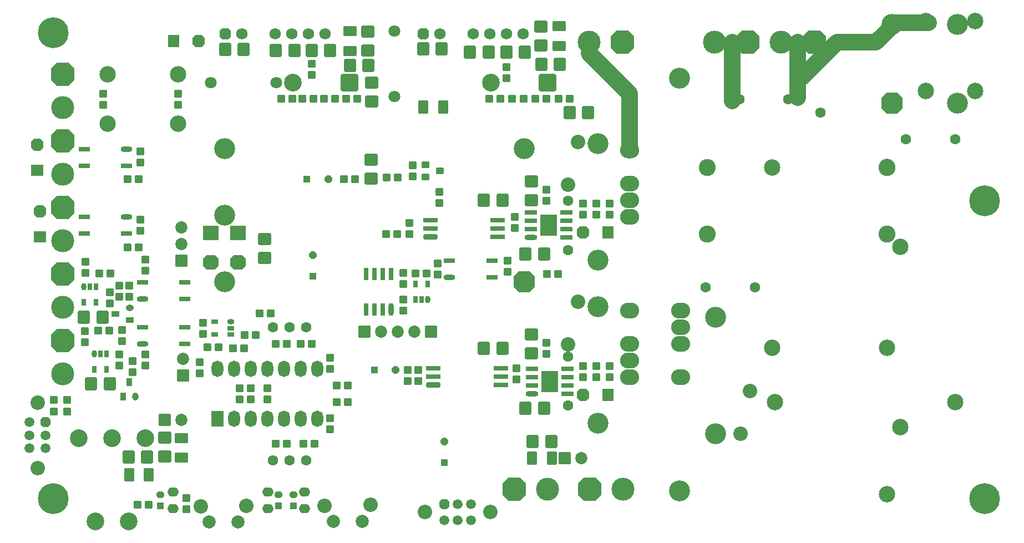
<source format=gbr>
%TF.GenerationSoftware,Altium Limited,Altium Designer,21.3.2 (30)*%
G04 Layer_Color=16711935*
%FSLAX26Y26*%
%MOIN*%
%TF.SameCoordinates,53465ED1-0DC7-484A-8DCD-68ECABD516C6*%
%TF.FilePolarity,Negative*%
%TF.FileFunction,Soldermask,Bot*%
%TF.Part,Single*%
G01*
G75*
%TA.AperFunction,NonConductor*%
%ADD102C,0.100000*%
%TA.AperFunction,ComponentPad*%
G04:AMPARAMS|DCode=104|XSize=59.181mil|YSize=59.181mil|CornerRadius=0mil|HoleSize=0mil|Usage=FLASHONLY|Rotation=0.000|XOffset=0mil|YOffset=0mil|HoleType=Round|Shape=Octagon|*
%AMOCTAGOND104*
4,1,8,0.029591,-0.014795,0.029591,0.014795,0.014795,0.029591,-0.014795,0.029591,-0.029591,0.014795,-0.029591,-0.014795,-0.014795,-0.029591,0.014795,-0.029591,0.029591,-0.014795,0.0*
%
%ADD104OCTAGOND104*%

%ADD105C,0.059181*%
%ADD106C,0.086740*%
G04:AMPARAMS|DCode=107|XSize=59.181mil|YSize=59.181mil|CornerRadius=0mil|HoleSize=0mil|Usage=FLASHONLY|Rotation=270.000|XOffset=0mil|YOffset=0mil|HoleType=Round|Shape=Octagon|*
%AMOCTAGOND107*
4,1,8,-0.014795,-0.029591,0.014795,-0.029591,0.029591,-0.014795,0.029591,0.014795,0.014795,0.029591,-0.014795,0.029591,-0.029591,0.014795,-0.029591,-0.014795,-0.014795,-0.029591,0.0*
%
%ADD107OCTAGOND107*%

%ADD108C,0.063118*%
%ADD109C,0.126110*%
%ADD110C,0.137921*%
G04:AMPARAMS|DCode=111|XSize=137.921mil|YSize=137.921mil|CornerRadius=0mil|HoleSize=0mil|Usage=FLASHONLY|Rotation=0.000|XOffset=0mil|YOffset=0mil|HoleType=Round|Shape=Octagon|*
%AMOCTAGOND111*
4,1,8,0.068961,-0.034480,0.068961,0.034480,0.034480,0.068961,-0.034480,0.068961,-0.068961,0.034480,-0.068961,-0.034480,-0.034480,-0.068961,0.034480,-0.068961,0.068961,-0.034480,0.0*
%
%ADD111OCTAGOND111*%

%ADD112O,0.114299X0.096189*%
%ADD113C,0.098551*%
%ADD114C,0.078866*%
%ADD115C,0.068000*%
G04:AMPARAMS|DCode=116|XSize=68mil|YSize=68mil|CornerRadius=0mil|HoleSize=0mil|Usage=FLASHONLY|Rotation=0.000|XOffset=0mil|YOffset=0mil|HoleType=Round|Shape=Octagon|*
%AMOCTAGOND116*
4,1,8,0.034000,-0.017000,0.034000,0.017000,0.017000,0.034000,-0.017000,0.034000,-0.034000,0.017000,-0.034000,-0.017000,-0.017000,-0.034000,0.017000,-0.034000,0.034000,-0.017000,0.0*
%
%ADD116OCTAGOND116*%

%ADD117C,0.073000*%
G04:AMPARAMS|DCode=118|XSize=73mil|YSize=73mil|CornerRadius=7.25mil|HoleSize=0mil|Usage=FLASHONLY|Rotation=180.000|XOffset=0mil|YOffset=0mil|HoleType=Round|Shape=RoundedRectangle|*
%AMROUNDEDRECTD118*
21,1,0.073000,0.058500,0,0,180.0*
21,1,0.058500,0.073000,0,0,180.0*
1,1,0.014500,-0.029250,0.029250*
1,1,0.014500,0.029250,0.029250*
1,1,0.014500,0.029250,-0.029250*
1,1,0.014500,-0.029250,-0.029250*
%
%ADD118ROUNDEDRECTD118*%
G04:AMPARAMS|DCode=119|XSize=126.11mil|YSize=126.11mil|CornerRadius=0mil|HoleSize=0mil|Usage=FLASHONLY|Rotation=270.000|XOffset=0mil|YOffset=0mil|HoleType=Round|Shape=Octagon|*
%AMOCTAGOND119*
4,1,8,-0.031527,-0.063055,0.031527,-0.063055,0.063055,-0.031528,0.063055,0.031528,0.031527,0.063055,-0.031527,0.063055,-0.063055,0.031528,-0.063055,-0.031528,-0.031527,-0.063055,0.0*
%
%ADD119OCTAGOND119*%

G04:AMPARAMS|DCode=120|XSize=73mil|YSize=73mil|CornerRadius=7.25mil|HoleSize=0mil|Usage=FLASHONLY|Rotation=90.000|XOffset=0mil|YOffset=0mil|HoleType=Round|Shape=RoundedRectangle|*
%AMROUNDEDRECTD120*
21,1,0.073000,0.058500,0,0,90.0*
21,1,0.058500,0.073000,0,0,90.0*
1,1,0.014500,0.029250,0.029250*
1,1,0.014500,0.029250,-0.029250*
1,1,0.014500,-0.029250,-0.029250*
1,1,0.014500,-0.029250,0.029250*
%
%ADD120ROUNDEDRECTD120*%
%ADD121C,0.106425*%
G04:AMPARAMS|DCode=122|XSize=106.425mil|YSize=106.425mil|CornerRadius=13.842mil|HoleSize=0mil|Usage=FLASHONLY|Rotation=0.000|XOffset=0mil|YOffset=0mil|HoleType=Round|Shape=RoundedRectangle|*
%AMROUNDEDRECTD122*
21,1,0.106425,0.078740,0,0,0.0*
21,1,0.078740,0.106425,0,0,0.0*
1,1,0.027685,0.039370,-0.039370*
1,1,0.027685,-0.039370,-0.039370*
1,1,0.027685,-0.039370,0.039370*
1,1,0.027685,0.039370,0.039370*
%
%ADD122ROUNDEDRECTD122*%
%ADD123C,0.070992*%
G04:AMPARAMS|DCode=124|XSize=126.11mil|YSize=126.11mil|CornerRadius=0mil|HoleSize=0mil|Usage=FLASHONLY|Rotation=180.000|XOffset=0mil|YOffset=0mil|HoleType=Round|Shape=Octagon|*
%AMOCTAGOND124*
4,1,8,-0.063055,0.031527,-0.063055,-0.031527,-0.031528,-0.063055,0.031528,-0.063055,0.063055,-0.031527,0.063055,0.031527,0.031528,0.063055,-0.031528,0.063055,-0.063055,0.031527,0.0*
%
%ADD124OCTAGOND124*%

G04:AMPARAMS|DCode=125|XSize=137.921mil|YSize=137.921mil|CornerRadius=0mil|HoleSize=0mil|Usage=FLASHONLY|Rotation=270.000|XOffset=0mil|YOffset=0mil|HoleType=Round|Shape=Octagon|*
%AMOCTAGOND125*
4,1,8,-0.034480,-0.068961,0.034480,-0.068961,0.068961,-0.034480,0.068961,0.034480,0.034480,0.068961,-0.034480,0.068961,-0.068961,0.034480,-0.068961,-0.034480,-0.034480,-0.068961,0.0*
%
%ADD125OCTAGOND125*%

%ADD126C,0.102488*%
%ADD127O,0.067055X0.055244*%
%ADD128O,0.072000X0.098000*%
%ADD129R,0.072000X0.098000*%
%TA.AperFunction,WasherPad*%
%ADD130C,0.185165*%
%TA.AperFunction,ViaPad*%
%ADD131C,0.126110*%
%TA.AperFunction,SMDPad,CuDef*%
G04:AMPARAMS|DCode=132|XSize=48mil|YSize=48mil|CornerRadius=7mil|HoleSize=0mil|Usage=FLASHONLY|Rotation=0.000|XOffset=0mil|YOffset=0mil|HoleType=Round|Shape=RoundedRectangle|*
%AMROUNDEDRECTD132*
21,1,0.048000,0.034000,0,0,0.0*
21,1,0.034000,0.048000,0,0,0.0*
1,1,0.014000,0.017000,-0.017000*
1,1,0.014000,-0.017000,-0.017000*
1,1,0.014000,-0.017000,0.017000*
1,1,0.014000,0.017000,0.017000*
%
%ADD132ROUNDEDRECTD132*%
G04:AMPARAMS|DCode=133|XSize=43.433mil|YSize=43.433mil|CornerRadius=0mil|HoleSize=0mil|Usage=FLASHONLY|Rotation=0.000|XOffset=0mil|YOffset=0mil|HoleType=Round|Shape=Octagon|*
%AMOCTAGOND133*
4,1,8,0.021717,-0.010858,0.021717,0.010858,0.010858,0.021717,-0.010858,0.021717,-0.021717,0.010858,-0.021717,-0.010858,-0.010858,-0.021717,0.010858,-0.021717,0.021717,-0.010858,0.0*
%
%ADD133OCTAGOND133*%

%ADD134R,0.043433X0.043433*%
G04:AMPARAMS|DCode=135|XSize=39.496mil|YSize=47.37mil|CornerRadius=8.724mil|HoleSize=0mil|Usage=FLASHONLY|Rotation=270.000|XOffset=0mil|YOffset=0mil|HoleType=Round|Shape=RoundedRectangle|*
%AMROUNDEDRECTD135*
21,1,0.039496,0.029921,0,0,270.0*
21,1,0.022047,0.047370,0,0,270.0*
1,1,0.017449,-0.014961,-0.011024*
1,1,0.017449,-0.014961,0.011024*
1,1,0.017449,0.014961,0.011024*
1,1,0.017449,0.014961,-0.011024*
%
%ADD135ROUNDEDRECTD135*%
%ADD136O,0.070992X0.031622*%
%ADD137R,0.070992X0.031622*%
G04:AMPARAMS|DCode=138|XSize=48mil|YSize=48mil|CornerRadius=7mil|HoleSize=0mil|Usage=FLASHONLY|Rotation=270.000|XOffset=0mil|YOffset=0mil|HoleType=Round|Shape=RoundedRectangle|*
%AMROUNDEDRECTD138*
21,1,0.048000,0.034000,0,0,270.0*
21,1,0.034000,0.048000,0,0,270.0*
1,1,0.014000,-0.017000,-0.017000*
1,1,0.014000,-0.017000,0.017000*
1,1,0.014000,0.017000,0.017000*
1,1,0.014000,0.017000,-0.017000*
%
%ADD138ROUNDEDRECTD138*%
G04:AMPARAMS|DCode=139|XSize=71mil|YSize=79mil|CornerRadius=8.725mil|HoleSize=0mil|Usage=FLASHONLY|Rotation=90.000|XOffset=0mil|YOffset=0mil|HoleType=Round|Shape=RoundedRectangle|*
%AMROUNDEDRECTD139*
21,1,0.071000,0.061550,0,0,90.0*
21,1,0.053550,0.079000,0,0,90.0*
1,1,0.017450,0.030775,0.026775*
1,1,0.017450,0.030775,-0.026775*
1,1,0.017450,-0.030775,-0.026775*
1,1,0.017450,-0.030775,0.026775*
%
%ADD139ROUNDEDRECTD139*%
%ADD140R,0.043433X0.043433*%
G04:AMPARAMS|DCode=141|XSize=43.433mil|YSize=43.433mil|CornerRadius=0mil|HoleSize=0mil|Usage=FLASHONLY|Rotation=270.000|XOffset=0mil|YOffset=0mil|HoleType=Round|Shape=Octagon|*
%AMOCTAGOND141*
4,1,8,-0.010858,-0.021717,0.010858,-0.021717,0.021717,-0.010858,0.021717,0.010858,0.010858,0.021717,-0.010858,0.021717,-0.021717,0.010858,-0.021717,-0.010858,-0.010858,-0.021717,0.0*
%
%ADD141OCTAGOND141*%

%ADD142R,0.048000X0.038000*%
%ADD143O,0.048000X0.038000*%
%ADD144R,0.038000X0.048000*%
%ADD145O,0.038000X0.048000*%
%ADD146O,0.031622X0.043433*%
%ADD147R,0.031622X0.043433*%
%ADD148O,0.076898X0.031622*%
%ADD149R,0.076898X0.031622*%
%ADD150R,0.102488X0.130047*%
G04:AMPARAMS|DCode=151|XSize=31.622mil|YSize=88.709mil|CornerRadius=0mil|HoleSize=0mil|Usage=FLASHONLY|Rotation=270.000|XOffset=0mil|YOffset=0mil|HoleType=Round|Shape=Octagon|*
%AMOCTAGOND151*
4,1,8,0.044354,0.007906,0.044354,-0.007906,0.036449,-0.015811,-0.036449,-0.015811,-0.044354,-0.007906,-0.044354,0.007906,-0.036449,0.015811,0.036449,0.015811,0.044354,0.007906,0.0*
%
%ADD151OCTAGOND151*%

%ADD152R,0.088709X0.031622*%
%ADD153R,0.031622X0.076898*%
%ADD154O,0.031622X0.076898*%
G04:AMPARAMS|DCode=155|XSize=71mil|YSize=79mil|CornerRadius=8.725mil|HoleSize=0mil|Usage=FLASHONLY|Rotation=0.000|XOffset=0mil|YOffset=0mil|HoleType=Round|Shape=RoundedRectangle|*
%AMROUNDEDRECTD155*
21,1,0.071000,0.061550,0,0,0.0*
21,1,0.053550,0.079000,0,0,0.0*
1,1,0.017450,0.026775,-0.030775*
1,1,0.017450,-0.026775,-0.030775*
1,1,0.017450,-0.026775,0.030775*
1,1,0.017450,0.026775,0.030775*
%
%ADD155ROUNDEDRECTD155*%
%ADD156R,0.094614X0.088709*%
G04:AMPARAMS|DCode=157|XSize=94.614mil|YSize=88.709mil|CornerRadius=0mil|HoleSize=0mil|Usage=FLASHONLY|Rotation=0.000|XOffset=0mil|YOffset=0mil|HoleType=Round|Shape=Octagon|*
%AMOCTAGOND157*
4,1,8,0.047307,-0.022177,0.047307,0.022177,0.025130,0.044354,-0.025130,0.044354,-0.047307,0.022177,-0.047307,-0.022177,-0.025130,-0.044354,0.025130,-0.044354,0.047307,-0.022177,0.0*
%
%ADD157OCTAGOND157*%

%ADD158R,0.074929X0.070992*%
G04:AMPARAMS|DCode=159|XSize=74.929mil|YSize=70.992mil|CornerRadius=0mil|HoleSize=0mil|Usage=FLASHONLY|Rotation=0.000|XOffset=0mil|YOffset=0mil|HoleType=Round|Shape=Octagon|*
%AMOCTAGOND159*
4,1,8,0.037465,-0.017748,0.037465,0.017748,0.019717,0.035496,-0.019717,0.035496,-0.037465,0.017748,-0.037465,-0.017748,-0.019717,-0.035496,0.019717,-0.035496,0.037465,-0.017748,0.0*
%
%ADD159OCTAGOND159*%

G04:AMPARAMS|DCode=160|XSize=74.929mil|YSize=70.992mil|CornerRadius=0mil|HoleSize=0mil|Usage=FLASHONLY|Rotation=270.000|XOffset=0mil|YOffset=0mil|HoleType=Round|Shape=Octagon|*
%AMOCTAGOND160*
4,1,8,-0.017748,-0.037465,0.017748,-0.037465,0.035496,-0.019717,0.035496,0.019717,0.017748,0.037465,-0.017748,0.037465,-0.035496,0.019717,-0.035496,-0.019717,-0.017748,-0.037465,0.0*
%
%ADD160OCTAGOND160*%

%ADD161R,0.070992X0.074929*%
G04:AMPARAMS|DCode=162|XSize=43.433mil|YSize=41.465mil|CornerRadius=0mil|HoleSize=0mil|Usage=FLASHONLY|Rotation=0.000|XOffset=0mil|YOffset=0mil|HoleType=Round|Shape=Octagon|*
%AMOCTAGOND162*
4,1,8,0.021717,-0.010366,0.021717,0.010366,0.011351,0.020732,-0.011351,0.020732,-0.021717,0.010366,-0.021717,-0.010366,-0.011351,-0.020732,0.011351,-0.020732,0.021717,-0.010366,0.0*
%
%ADD162OCTAGOND162*%

%ADD163R,0.043433X0.041465*%
%ADD164R,0.043433X0.031622*%
%ADD165O,0.043433X0.031622*%
G04:AMPARAMS|DCode=166|XSize=63.118mil|YSize=78.866mil|CornerRadius=8.134mil|HoleSize=0mil|Usage=FLASHONLY|Rotation=90.000|XOffset=0mil|YOffset=0mil|HoleType=Round|Shape=RoundedRectangle|*
%AMROUNDEDRECTD166*
21,1,0.063118,0.062599,0,0,90.0*
21,1,0.046850,0.078866,0,0,90.0*
1,1,0.016268,0.031299,0.023425*
1,1,0.016268,0.031299,-0.023425*
1,1,0.016268,-0.031299,-0.023425*
1,1,0.016268,-0.031299,0.023425*
%
%ADD166ROUNDEDRECTD166*%
G04:AMPARAMS|DCode=167|XSize=63.118mil|YSize=78.866mil|CornerRadius=8.134mil|HoleSize=0mil|Usage=FLASHONLY|Rotation=0.000|XOffset=0mil|YOffset=0mil|HoleType=Round|Shape=RoundedRectangle|*
%AMROUNDEDRECTD167*
21,1,0.063118,0.062599,0,0,0.0*
21,1,0.046850,0.078866,0,0,0.0*
1,1,0.016268,0.023425,-0.031299*
1,1,0.016268,-0.023425,-0.031299*
1,1,0.016268,-0.023425,0.031299*
1,1,0.016268,0.023425,0.031299*
%
%ADD167ROUNDEDRECTD167*%
D102*
X4770000Y4678819D02*
X5015000Y4433819D01*
Y4095000D01*
X5629921Y4389764D02*
Y4744095D01*
X6043307Y4527559D02*
X6259842Y4744095D01*
X6496063D01*
X6614173Y4862205D01*
X6811024D01*
X6023622Y4744095D02*
Y4409449D01*
D104*
X3902520Y1968425D02*
D03*
D105*
X1505906Y2303150D02*
D03*
Y2381890D02*
D03*
X1407480D02*
D03*
Y2460630D02*
D03*
Y2303150D02*
D03*
X3902520Y1870000D02*
D03*
X3981260D02*
D03*
X4060000D02*
D03*
Y1968425D02*
D03*
X3981260D02*
D03*
D106*
X1456693Y2185039D02*
D03*
Y2578740D02*
D03*
X2437205Y1953740D02*
D03*
X2712795Y1957677D02*
D03*
X3182205Y1958740D02*
D03*
X3457795Y1962677D02*
D03*
X3784410Y1919213D02*
D03*
X4178110D02*
D03*
X4645472Y2927047D02*
D03*
X4704528Y3182953D02*
D03*
X4645472Y3887047D02*
D03*
X4704528Y4142953D02*
D03*
X5739528Y2647953D02*
D03*
X5680472Y2392047D02*
D03*
D107*
X1505906Y2460630D02*
D03*
D108*
X2870000Y2230000D02*
D03*
X2970000D02*
D03*
X3070000D02*
D03*
Y3030000D02*
D03*
X2970000D02*
D03*
X2870000D02*
D03*
X4645000Y2560000D02*
D03*
Y2855276D02*
D03*
Y3495000D02*
D03*
Y3790276D02*
D03*
X5472362Y3270000D02*
D03*
X5767638D02*
D03*
X6674724Y4160000D02*
D03*
X6970000D02*
D03*
X6161417Y4616142D02*
D03*
X5969488Y4400000D02*
D03*
X6161417Y4320866D02*
D03*
X5674213Y4400000D02*
D03*
D109*
X2580000Y3305000D02*
D03*
Y3705000D02*
D03*
Y4105000D02*
D03*
X4380000D02*
D03*
X4825000Y4135000D02*
D03*
Y3435000D02*
D03*
Y3155000D02*
D03*
Y2455000D02*
D03*
X5530000Y2390000D02*
D03*
Y3090000D02*
D03*
X6985000Y4377559D02*
D03*
Y4850000D02*
D03*
X6591299D02*
D03*
D110*
X1607480Y2750000D02*
D03*
Y3150000D02*
D03*
Y3550000D02*
D03*
Y3950000D02*
D03*
Y4350000D02*
D03*
X4520000Y2057481D02*
D03*
X4975000D02*
D03*
X5925000Y4742520D02*
D03*
X5525000D02*
D03*
X4770000D02*
D03*
D111*
X4320000Y2057481D02*
D03*
X4775000D02*
D03*
X6125000Y4742520D02*
D03*
X5725000D02*
D03*
X4970000D02*
D03*
D112*
X5015000Y2730000D02*
D03*
Y2830000D02*
D03*
Y2930000D02*
D03*
Y3130000D02*
D03*
X5320000Y2730000D02*
D03*
Y2930000D02*
D03*
Y3030000D02*
D03*
Y3130000D02*
D03*
X5015000Y3695000D02*
D03*
Y3795000D02*
D03*
Y3895000D02*
D03*
Y4095000D02*
D03*
D113*
X2300000Y4254724D02*
D03*
Y4550000D02*
D03*
X1878740D02*
D03*
Y4254724D02*
D03*
X5888661Y2580000D02*
D03*
X5870000Y2907323D02*
D03*
X6560000Y2908661D02*
D03*
X6640000Y2430000D02*
D03*
X6971339Y2580000D02*
D03*
X6560000Y2025748D02*
D03*
X6640000Y3512677D02*
D03*
X6560000Y3991339D02*
D03*
Y3994252D02*
D03*
X6794724Y4450000D02*
D03*
X7090000D02*
D03*
Y4871260D02*
D03*
X6794724D02*
D03*
X5870000Y3990000D02*
D03*
D114*
X2488386Y1859252D02*
D03*
X2661614D02*
D03*
X3233386Y1864252D02*
D03*
X3406614D02*
D03*
D115*
X4375000Y4795000D02*
D03*
X4275000D02*
D03*
X4175000D02*
D03*
X4075000D02*
D03*
X3875000D02*
D03*
X3185000D02*
D03*
X3085000D02*
D03*
X2985000D02*
D03*
X2885000D02*
D03*
X2685000D02*
D03*
D116*
X3775000Y4795000D02*
D03*
X2585000D02*
D03*
D117*
X2320000Y2475000D02*
D03*
X2330000Y2840000D02*
D03*
X2320000Y3530000D02*
D03*
Y3630000D02*
D03*
X3520000Y3003740D02*
D03*
X3620000D02*
D03*
X3720000D02*
D03*
X4725984Y2244095D02*
D03*
D118*
X2220000Y2475000D02*
D03*
X3420000Y3003740D02*
D03*
X3820000D02*
D03*
X4625984Y2244095D02*
D03*
D119*
X6591299Y4377559D02*
D03*
D120*
X2330000Y2740000D02*
D03*
X2320000Y3430000D02*
D03*
D121*
X1805000Y1865000D02*
D03*
X2005000D02*
D03*
X2105000Y2365000D02*
D03*
X1905000D02*
D03*
X1705000D02*
D03*
X2990000Y4500000D02*
D03*
X4180000D02*
D03*
D122*
X4520000Y4500000D02*
D03*
X3330000D02*
D03*
D123*
X3600000Y4418150D02*
D03*
Y4811850D02*
D03*
X2891850Y4500000D02*
D03*
X2498150D02*
D03*
D124*
X4380000Y3305000D02*
D03*
D125*
X1607480Y2950000D02*
D03*
Y3350000D02*
D03*
Y3750000D02*
D03*
Y4150000D02*
D03*
Y4550000D02*
D03*
D126*
X5480000Y3590000D02*
D03*
Y3991575D02*
D03*
X6562677Y3590000D02*
D03*
Y3991575D02*
D03*
D127*
X2270000Y1940000D02*
D03*
Y2040000D02*
D03*
X2840000D02*
D03*
Y1940000D02*
D03*
X3060000D02*
D03*
Y2040000D02*
D03*
D128*
X2636535Y2480000D02*
D03*
X2736535D02*
D03*
X2836535D02*
D03*
X2936535D02*
D03*
X3036535D02*
D03*
X3136535D02*
D03*
Y2780000D02*
D03*
X3036535D02*
D03*
X2936535D02*
D03*
X2836535D02*
D03*
X2736535D02*
D03*
X2636535D02*
D03*
X2536535D02*
D03*
D129*
X2536535Y2480000D02*
D03*
D130*
X1550000Y2000000D02*
D03*
Y4800000D02*
D03*
X7146850Y2000000D02*
D03*
Y3790000D02*
D03*
D131*
X5314961Y2047244D02*
D03*
Y4527559D02*
D03*
D132*
X2350000Y1936535D02*
D03*
Y2003465D02*
D03*
X2836535Y2596535D02*
D03*
Y2663465D02*
D03*
X2736535D02*
D03*
X2670000D02*
D03*
Y2596535D02*
D03*
X2736535D02*
D03*
X2430000Y2821929D02*
D03*
Y2755000D02*
D03*
X2450000Y2991535D02*
D03*
Y3058465D02*
D03*
X2106299Y3372047D02*
D03*
Y3438976D02*
D03*
X2075000Y3611535D02*
D03*
Y3678465D02*
D03*
X2007874Y3281496D02*
D03*
X1948819D02*
D03*
Y3214567D02*
D03*
X2007874D02*
D03*
X1965000Y3013465D02*
D03*
Y2946535D02*
D03*
X1948819Y2868110D02*
D03*
X2027559Y2828740D02*
D03*
Y2761811D02*
D03*
X1948819Y2801181D02*
D03*
X2106299D02*
D03*
Y2868110D02*
D03*
X1889764Y3175197D02*
D03*
Y3242126D02*
D03*
X1745000Y3356535D02*
D03*
Y3423465D02*
D03*
X1740000Y3008465D02*
D03*
Y2941535D02*
D03*
X1555118Y2592520D02*
D03*
Y2525590D02*
D03*
X1633858D02*
D03*
Y2592520D02*
D03*
X3215000Y2483465D02*
D03*
Y2416535D02*
D03*
Y2781535D02*
D03*
Y2848465D02*
D03*
X3680000Y2773465D02*
D03*
Y2706535D02*
D03*
X3745000D02*
D03*
Y2773465D02*
D03*
X3655000Y3130276D02*
D03*
Y3197205D02*
D03*
Y3290276D02*
D03*
Y3357205D02*
D03*
X3860000Y3346535D02*
D03*
Y3413465D02*
D03*
X3690167Y3591535D02*
D03*
Y3658465D02*
D03*
X3870000Y3776535D02*
D03*
Y3843465D02*
D03*
X3710000Y4003465D02*
D03*
Y3936535D02*
D03*
X4280000Y3363071D02*
D03*
Y3430000D02*
D03*
X4325167Y3626535D02*
D03*
X4515000Y3791535D02*
D03*
Y3858465D02*
D03*
X4325167Y3693465D02*
D03*
X4735167Y3706535D02*
D03*
Y3773465D02*
D03*
X4815167D02*
D03*
Y3706535D02*
D03*
X4895167D02*
D03*
Y3773465D02*
D03*
X4275000Y4528525D02*
D03*
Y4595455D02*
D03*
X3105000Y4613465D02*
D03*
Y4546535D02*
D03*
X2300000Y4433465D02*
D03*
Y4366535D02*
D03*
X2075000Y4088465D02*
D03*
Y4021535D02*
D03*
X1850000Y4366535D02*
D03*
Y4433465D02*
D03*
X4335000Y2783465D02*
D03*
Y2716535D02*
D03*
X4515000Y2871535D02*
D03*
Y2938465D02*
D03*
X4735000Y2798465D02*
D03*
Y2731535D02*
D03*
X4815000D02*
D03*
Y2798465D02*
D03*
X4895000D02*
D03*
Y2731535D02*
D03*
D133*
X3110000Y3463976D02*
D03*
X3900000Y2343976D02*
D03*
D134*
X3110000Y3336024D02*
D03*
X3900000Y2216024D02*
D03*
D135*
X3873307Y3970000D02*
D03*
X3786693Y4007401D02*
D03*
Y3932598D02*
D03*
D136*
X2087047Y2930000D02*
D03*
Y3200000D02*
D03*
X1992953Y3695000D02*
D03*
Y4100000D02*
D03*
X3932047Y3330000D02*
D03*
D137*
X2342953Y2930000D02*
D03*
Y3030000D02*
D03*
Y3200000D02*
D03*
Y3300000D02*
D03*
X2087047D02*
D03*
Y3030000D02*
D03*
X1992953Y3595000D02*
D03*
X1737047Y3695000D02*
D03*
Y3595000D02*
D03*
X1992953Y4000000D02*
D03*
X1737047D02*
D03*
Y4100000D02*
D03*
X3932047Y3430000D02*
D03*
X4187953Y3330000D02*
D03*
Y3430000D02*
D03*
D138*
X2056535Y1965000D02*
D03*
X2123465D02*
D03*
X2886535Y2330000D02*
D03*
X2953465D02*
D03*
X3053071D02*
D03*
X3120000D02*
D03*
X3253071Y2580000D02*
D03*
X3320000D02*
D03*
Y2680000D02*
D03*
X3253071D02*
D03*
X3103465Y2930000D02*
D03*
X3036535D02*
D03*
X2953465D02*
D03*
X2886535D02*
D03*
X2768465Y2985000D02*
D03*
X2701535D02*
D03*
X2698465Y2905000D02*
D03*
X2631535D02*
D03*
X2543465Y2910000D02*
D03*
X2476535D02*
D03*
X2791535Y3115000D02*
D03*
X2858465D02*
D03*
X3551535Y3590000D02*
D03*
X3618465D02*
D03*
X3726535Y3353740D02*
D03*
X3793465D02*
D03*
X3620000Y3930000D02*
D03*
X3553071D02*
D03*
X3363465Y3920000D02*
D03*
X3296535D02*
D03*
X3311535Y4405000D02*
D03*
X3378465D02*
D03*
X3243465D02*
D03*
X3176535D02*
D03*
X3113465D02*
D03*
X3046535D02*
D03*
X2988465D02*
D03*
X2921535D02*
D03*
X2063465Y3920000D02*
D03*
X1996535D02*
D03*
Y3510000D02*
D03*
X2063465D02*
D03*
X1893465Y3355000D02*
D03*
X1826535D02*
D03*
X1821535Y3010000D02*
D03*
X1888465D02*
D03*
X4171535Y4405000D02*
D03*
X4238465D02*
D03*
X4309545D02*
D03*
X4376475D02*
D03*
X4447555D02*
D03*
X4514485D02*
D03*
X4586535D02*
D03*
X4653465D02*
D03*
X4516535Y3350000D02*
D03*
X4583465D02*
D03*
D139*
X2220000Y2254000D02*
D03*
Y2366000D02*
D03*
X2820000Y3449000D02*
D03*
Y3561000D02*
D03*
X3460000Y3924000D02*
D03*
Y4036000D02*
D03*
X3465000Y4389000D02*
D03*
Y4501000D02*
D03*
X3440000Y4694000D02*
D03*
Y4806000D02*
D03*
X4425000Y3906000D02*
D03*
Y3794000D02*
D03*
Y2986000D02*
D03*
Y2874000D02*
D03*
X4480000Y4724000D02*
D03*
Y4836000D02*
D03*
D140*
X3481024Y2775000D02*
D03*
X3076024Y3920000D02*
D03*
D141*
X3608976Y2775000D02*
D03*
X3203976Y3920000D02*
D03*
D142*
X2011811Y3072834D02*
D03*
X1925197Y3110236D02*
D03*
D143*
X2011811Y3147638D02*
D03*
D144*
X1970472Y2614173D02*
D03*
X2007874Y2700787D02*
D03*
D145*
X2045276Y2614173D02*
D03*
D146*
X1797598Y2872244D02*
D03*
X1734252Y3275591D02*
D03*
X3802402Y3196496D02*
D03*
D147*
X1797598Y2777756D02*
D03*
X1872401D02*
D03*
Y2872244D02*
D03*
X1835000D02*
D03*
X1809055Y3181102D02*
D03*
Y3275591D02*
D03*
X1771653D02*
D03*
X1734252Y3181102D02*
D03*
X3727599Y3196496D02*
D03*
X3765000D02*
D03*
X3727599Y3290984D02*
D03*
X3802402D02*
D03*
D148*
X4422205Y3570000D02*
D03*
X4428701Y2630000D02*
D03*
D149*
X4422205Y3620000D02*
D03*
Y3670000D02*
D03*
Y3720000D02*
D03*
X4634803Y3670000D02*
D03*
Y3620000D02*
D03*
Y3570000D02*
D03*
Y3720000D02*
D03*
X4428701Y2780000D02*
D03*
Y2730000D02*
D03*
Y2680000D02*
D03*
X4641299Y2630000D02*
D03*
Y2680000D02*
D03*
Y2730000D02*
D03*
Y2780000D02*
D03*
D150*
X4535000Y2705000D02*
D03*
X4528504Y3645000D02*
D03*
D151*
X3834488Y2685000D02*
D03*
X3817412Y3575000D02*
D03*
D152*
X3834488Y2735000D02*
D03*
Y2785000D02*
D03*
X4240000D02*
D03*
Y2735000D02*
D03*
Y2685000D02*
D03*
X4222923Y3575000D02*
D03*
Y3625000D02*
D03*
Y3675000D02*
D03*
X3817412D02*
D03*
Y3625000D02*
D03*
D153*
X3430000Y3137441D02*
D03*
X3480000D02*
D03*
X3530000D02*
D03*
X3580000Y3350039D02*
D03*
X3530000D02*
D03*
X3480000D02*
D03*
X3430000D02*
D03*
D154*
X3580000Y3137441D02*
D03*
D155*
X2116000Y2250000D02*
D03*
X2004000D02*
D03*
X1891000Y2690000D02*
D03*
X1779000D02*
D03*
X1847339Y3090551D02*
D03*
X1735339D02*
D03*
X3334000Y4605000D02*
D03*
X3446000D02*
D03*
X3773000Y4705000D02*
D03*
X3885000D02*
D03*
X4055990Y4685000D02*
D03*
X4167990D02*
D03*
X4274000D02*
D03*
X4386000D02*
D03*
X4484000Y4610000D02*
D03*
X4596000D02*
D03*
X4654000Y4320000D02*
D03*
X4766000D02*
D03*
X4251000Y3795000D02*
D03*
X4139000D02*
D03*
X4389000Y3470000D02*
D03*
X4501000D02*
D03*
X4251000Y2905000D02*
D03*
X4139000D02*
D03*
X4389000Y2545000D02*
D03*
X4501000D02*
D03*
X4544189Y2342520D02*
D03*
X4432189D02*
D03*
X3216000Y4695000D02*
D03*
X3104000D02*
D03*
X3001000D02*
D03*
X2889000D02*
D03*
X2696000Y4700000D02*
D03*
X2584000D02*
D03*
D156*
X2660000Y3598583D02*
D03*
X2496447D02*
D03*
D157*
X2660000Y3421417D02*
D03*
X2496447D02*
D03*
D158*
X1470000Y3574213D02*
D03*
X1455000Y3974213D02*
D03*
D159*
X1470000Y3725787D02*
D03*
X1455000Y4125787D02*
D03*
D160*
X4734213Y2625000D02*
D03*
X4734380Y3600000D02*
D03*
X2425787Y4750000D02*
D03*
D161*
X2274213Y4750000D02*
D03*
X4885787Y2625000D02*
D03*
X4885955Y3600000D02*
D03*
D162*
X2195000Y2022480D02*
D03*
X2905000D02*
D03*
X2995000D02*
D03*
D163*
X2195000Y1957520D02*
D03*
X2905000D02*
D03*
X2995000D02*
D03*
D164*
X2522756Y2987599D02*
D03*
Y3062402D02*
D03*
X2617244Y3025000D02*
D03*
Y2987599D02*
D03*
D165*
X2617244Y3062402D02*
D03*
D166*
X2320000Y2245945D02*
D03*
Y2364055D02*
D03*
X3335000Y4690945D02*
D03*
Y4809055D02*
D03*
X4590000Y4720945D02*
D03*
Y4839055D02*
D03*
D167*
X2125984Y2145669D02*
D03*
X2007874D02*
D03*
X3894055Y4355000D02*
D03*
X3775945D02*
D03*
X4429134Y2244095D02*
D03*
X4547244D02*
D03*
%TF.MD5,aa6f787bc5baa069f41c6d11f59aa9bf*%
M02*

</source>
